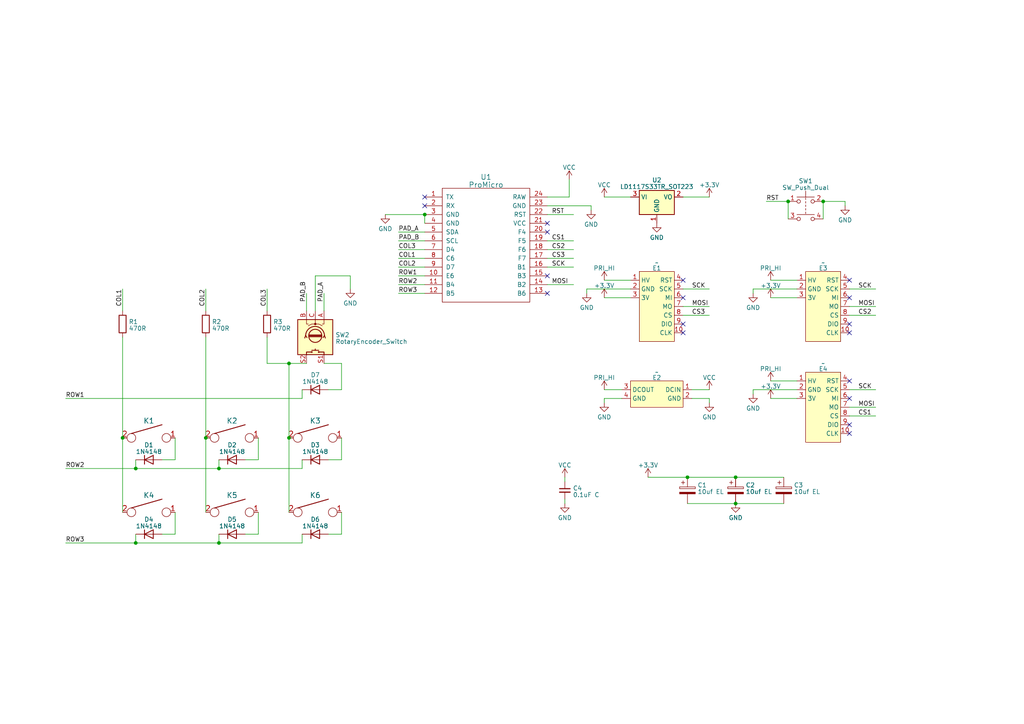
<source format=kicad_sch>
(kicad_sch (version 20230121) (generator eeschema)
  (paper "A4")
  (lib_symbols
    (symbol "Device:C_Polarized" (pin_numbers hide) (pin_names (offset 0.254))
      (property "Reference" "C" (at 0.635 2.54 0))
      (property "Value" "C_Polarized" (at 0.635 -2.54 0))
      (symbol "C_Polarized_0_1"
        (rectangle (start -2.286 0.508) (end 2.286 1.016))
        (polyline (pts (xy -1.778 2.286) (xy -0.762 2.286)))
        (polyline (pts (xy -1.27 2.794) (xy -1.27 1.778)))
        (rectangle (start 2.286 -0.508) (end -2.286 -1.016) (fill (type outline)))
      )
      (symbol "C_Polarized_1_1"
        (pin passive line (at 0 3.81 270) (length 2.794) (name "~") (number "1"))
        (pin passive line (at 0 -3.81 90) (length 2.794) (name "~") (number "2"))
      )
    )
    (symbol "Device:C_Small" (pin_numbers hide) (pin_names (offset 0.254) hide)
      (property "Reference" "C" (at 0.254 1.778 0))
      (property "Value" "C_Small" (at 0.254 -2.032 0))
      (symbol "C_Small_0_1"
        (polyline (pts (xy -1.524 -0.508) (xy 1.524 -0.508)) (stroke (width 0.3302)))
        (polyline (pts (xy -1.524 0.508) (xy 1.524 0.508)) (stroke (width 0.3048)))
      )
      (symbol "C_Small_1_1"
        (pin passive line (at 0 2.54 270) (length 2.032) (name "~") (number "1"))
        (pin passive line (at 0 -2.54 90) (length 2.032) (name "~") (number "2"))
      )
    )
    (symbol "Device:R" (pin_numbers hide) (pin_names (offset 0))
      (property "Reference" "R" (at 2.032 0 90))
      (property "Value" "R" (at 0 0 90))
      (symbol "R_0_1"
        (rectangle (start -1.016 -2.54) (end 1.016 2.54) (stroke (width 0.254)))
      )
      (symbol "R_1_1"
        (pin passive line (at 0 3.81 270) (length 1.27) (name "~") (number "1"))
        (pin passive line (at 0 -3.81 90) (length 1.27) (name "~") (number "2"))
      )
    )
    (symbol "Device:RotaryEncoder_Switch" (pin_names (offset 0.254) hide)
      (property "Reference" "SW" (at 0 6.604 0))
      (property "Value" "RotaryEncoder_Switch" (at 0 -6.604 0))
      (symbol "RotaryEncoder_Switch_0_1"
        (rectangle (start -5.08 5.08) (end 5.08 -5.08) (stroke (width 0.254)) (fill (type background)))
        (circle (center -3.81 0) (radius 0.254) (fill (type outline)))
        (circle (center -0.381 0) (radius 1.905) (stroke (width 0.254)))
        (arc (start -0.381 2.667) (mid -3.0988 -0.0635) (end -0.381 -2.794) (stroke (width 0.254)))
        (polyline (pts (xy -0.635 -1.778) (xy -0.635 1.778)) (stroke (width 0.254)))
        (polyline (pts (xy -0.381 -1.778) (xy -0.381 1.778)) (stroke (width 0.254)))
        (polyline (pts (xy -0.127 1.778) (xy -0.127 -1.778)) (stroke (width 0.254)))
        (polyline (pts (xy 3.81 0) (xy 3.429 0)) (stroke (width 0.254)))
        (polyline (pts (xy 3.81 1.016) (xy 3.81 -1.016)) (stroke (width 0.254)))
        (polyline (pts (xy -5.08 -2.54) (xy -3.81 -2.54) (xy -3.81 -2.032)))
        (polyline (pts (xy -5.08 2.54) (xy -3.81 2.54) (xy -3.81 2.032)))
        (polyline (pts (xy 0.254 -3.048) (xy -0.508 -2.794) (xy 0.127 -2.413)) (stroke (width 0.254)))
        (polyline (pts (xy 0.254 2.921) (xy -0.508 2.667) (xy 0.127 2.286)) (stroke (width 0.254)))
        (polyline (pts (xy 5.08 -2.54) (xy 4.318 -2.54) (xy 4.318 -1.016)) (stroke (width 0.254)))
        (polyline (pts (xy 5.08 2.54) (xy 4.318 2.54) (xy 4.318 1.016)) (stroke (width 0.254)))
        (polyline (pts (xy -5.08 0) (xy -3.81 0) (xy -3.81 -1.016) (xy -3.302 -2.032)))
        (polyline (pts (xy -4.318 0) (xy -3.81 0) (xy -3.81 1.016) (xy -3.302 2.032)))
        (circle (center 4.318 -1.016) (radius 0.127) (stroke (width 0.254)))
        (circle (center 4.318 1.016) (radius 0.127) (stroke (width 0.254)))
      )
      (symbol "RotaryEncoder_Switch_1_1"
        (pin passive line (at -7.62 2.54 0) (length 2.54) (name "A") (number "A"))
        (pin passive line (at -7.62 -2.54 0) (length 2.54) (name "B") (number "B"))
        (pin passive line (at -7.62 0 0) (length 2.54) (name "C") (number "C"))
        (pin passive line (at 7.62 2.54 180) (length 2.54) (name "S1") (number "S1"))
        (pin passive line (at 7.62 -2.54 180) (length 2.54) (name "S2") (number "S2"))
      )
    )
    (symbol "Diode:1N4148" (pin_numbers hide) (pin_names hide)
      (property "Reference" "D" (at 0 2.54 0))
      (property "Value" "1N4148" (at 0 -2.54 0))
      (symbol "1N4148_0_1"
        (polyline (pts (xy -1.27 1.27) (xy -1.27 -1.27)) (stroke (width 0.254)))
        (polyline (pts (xy 1.27 0) (xy -1.27 0)))
        (polyline (pts (xy 1.27 1.27) (xy 1.27 -1.27) (xy -1.27 0) (xy 1.27 1.27)) (stroke (width 0.254)))
      )
      (symbol "1N4148_1_1"
        (pin passive line (at -3.81 0 0) (length 2.54) (name "K") (number "1"))
        (pin passive line (at 3.81 0 180) (length 2.54) (name "A") (number "2"))
      )
    )
    (symbol "Exixie:Exixe14"
      (property "Reference" "E" (at 0 0 0))
      (symbol "Exixe14_1_1"
        (rectangle (start -5.08 -2.54) (end 5.08 -22.86) (fill (type background)))
        (pin input line (at -7.62 -5.08 0) (length 2.54) (name "HV") (number "1"))
        (pin input line (at 7.62 -20.32 180) (length 2.54) (name "CLK") (number "10"))
        (pin input line (at -7.62 -7.62 0) (length 2.54) (name "GND") (number "2"))
        (pin input line (at -7.62 -10.16 0) (length 2.54) (name "3V") (number "3"))
        (pin input line (at 7.62 -5.08 180) (length 2.54) (name "RST") (number "4"))
        (pin input line (at 7.62 -7.62 180) (length 2.54) (name "SCK") (number "5"))
        (pin input line (at 7.62 -10.16 180) (length 2.54) (name "MI") (number "6"))
        (pin input line (at 7.62 -12.7 180) (length 2.54) (name "MO") (number "7"))
        (pin input line (at 7.62 -15.24 180) (length 2.54) (name "CS") (number "8"))
        (pin input line (at 7.62 -17.78 180) (length 2.54) (name "DIO") (number "9"))
      )
    )
    (symbol "Omnixie:NCH8200HV"
      (property "Reference" "E" (at 0 0 0))
      (symbol "NCH8200HV_1_1"
        (rectangle (start -7.62 -2.54) (end 7.62 -10.16) (fill (type background)))
        (pin input line (at 10.16 -5.08 180) (length 2.54) (name "DCIN") (number "1"))
        (pin output line (at 10.16 -7.62 180) (length 2.54) (name "GND") (number "2"))
        (pin output line (at -10.16 -5.08 0) (length 2.54) (name "DCOUT") (number "3"))
        (pin output line (at -10.16 -7.62 0) (length 2.54) (name "GND") (number "4"))
      )
    )
    (symbol "Regulator_Linear:LD1117S33TR_SOT223"
      (property "Reference" "U" (at -3.81 3.175 0))
      (property "Value" "LD1117S33TR_SOT223" (at 0 3.175 0))
      (symbol "LD1117S33TR_SOT223_0_1"
        (rectangle (start -5.08 -5.08) (end 5.08 1.905) (stroke (width 0.254)) (fill (type background)))
      )
      (symbol "LD1117S33TR_SOT223_1_1"
        (pin power_in line (at 0 -7.62 90) (length 2.54) (name "GND") (number "1"))
        (pin power_out line (at 7.62 0 180) (length 2.54) (name "VO") (number "2"))
        (pin power_in line (at -7.62 0 0) (length 2.54) (name "VI") (number "3"))
      )
    )
    (symbol "Switch:SW_Push_Dual" (pin_names (offset 1.016) hide)
      (property "Reference" "SW" (at 1.27 2.54 0))
      (property "Value" "SW_Push_Dual" (at 0 -6.858 0))
      (symbol "SW_Push_Dual_0_1"
        (circle (center -2.032 -5.08) (radius 0.508))
        (circle (center -2.032 0) (radius 0.508))
        (polyline (pts (xy 0 -3.048) (xy 0 -3.556)))
        (polyline (pts (xy 0 -2.032) (xy 0 -2.54)))
        (polyline (pts (xy 0 -1.524) (xy 0 -1.016)))
        (polyline (pts (xy 0 -0.508) (xy 0 0)))
        (polyline (pts (xy 0 0.508) (xy 0 1.016)))
        (polyline (pts (xy 0 1.27) (xy 0 3.048)))
        (polyline (pts (xy 2.54 -3.81) (xy -2.54 -3.81)))
        (polyline (pts (xy 2.54 1.27) (xy -2.54 1.27)))
        (circle (center 2.032 -5.08) (radius 0.508))
        (circle (center 2.032 0) (radius 0.508))
        (pin passive line (at -5.08 0 0) (length 2.54) (name "1") (number "1"))
        (pin passive line (at 5.08 0 180) (length 2.54) (name "2") (number "2"))
        (pin passive line (at -5.08 -5.08 0) (length 2.54) (name "3") (number "3"))
        (pin passive line (at 5.08 -5.08 180) (length 2.54) (name "4") (number "4"))
      )
    )
    (symbol "keyboard_parts:KEYSW" (pin_names (offset 1.016))
      (property "Reference" "K?" (at -1.27 0 0))
      (symbol "KEYSW_0_1"
        (circle (center -5.08 0) (radius 1.27))
        (polyline (pts (xy -5.08 1.27) (xy 3.81 3.81)) (stroke (width 0.254)))
        (circle (center 5.08 0) (radius 1.27))
      )
      (symbol "KEYSW_1_1"
        (pin passive line (at 7.62 0 180) (length 1.27) (name "~") (number "1"))
        (pin passive line (at -7.62 0 0) (length 1.27) (name "~") (number "2"))
      )
    )
    (symbol "power:+3.3V" (power) (pin_names (offset 0))
      (property "Value" "+3.3V" (at 0 3.556 0))
      (symbol "+3.3V_0_1"
        (polyline (pts (xy -0.762 1.27) (xy 0 2.54)))
        (polyline (pts (xy 0 0) (xy 0 2.54)))
        (polyline (pts (xy 0 2.54) (xy 0.762 1.27)))
      )
      (symbol "+3.3V_1_1"
        (pin power_in line (at 0 0 90) (length 0) hide (name "+3.3V") (number "1"))
      )
    )
    (symbol "power:GND" (power) (pin_names (offset 0))
      (property "Value" "GND" (at 0 -3.81 0))
      (symbol "GND_0_1"
        (polyline (pts (xy 0 0) (xy 0 -1.27) (xy 1.27 -1.27) (xy 0 -2.54) (xy -1.27 -1.27) (xy 0 -1.27)))
      )
      (symbol "GND_1_1"
        (pin power_in line (at 0 0 270) (length 0) hide (name "GND") (number "1"))
      )
    )
    (symbol "power:PRI_HI" (power) (pin_names (offset 0))
      (property "Value" "PRI_HI" (at 0 3.81 0))
      (symbol "PRI_HI_0_1"
        (polyline (pts (xy -0.762 1.27) (xy 0 2.54)))
        (polyline (pts (xy 0 0) (xy 0 2.54)))
        (polyline (pts (xy 0 2.54) (xy 0.762 1.27)))
      )
      (symbol "PRI_HI_1_1"
        (pin power_in line (at 0 0 90) (length 0) hide (name "PRI_HI") (number "1"))
      )
    )
    (symbol "power:VCC" (power) (pin_names (offset 0))
      (property "Value" "VCC" (at 0 3.81 0))
      (symbol "VCC_0_1"
        (polyline (pts (xy -0.762 1.27) (xy 0 2.54)))
        (polyline (pts (xy 0 0) (xy 0 2.54)))
        (polyline (pts (xy 0 2.54) (xy 0.762 1.27)))
      )
      (symbol "VCC_1_1"
        (pin power_in line (at 0 0 90) (length 0) hide (name "VCC") (number "1"))
      )
    )
    (symbol "promicro:ProMicro" (pin_names (offset 1.016))
      (property "Reference" "U" (at 0 24.13 0))
      (property "Value" "ProMicro" (at 0 -13.97 0))
      (symbol "ProMicro_0_1"
        (rectangle (start -12.7 21.59) (end 12.7 -11.43))
      )
      (symbol "ProMicro_1_1"
        (pin bidirectional line (at -17.78 19.05 0) (length 5.08) (name "TX") (number "1"))
        (pin bidirectional line (at -17.78 -3.81 0) (length 5.08) (name "E6") (number "10"))
        (pin bidirectional line (at -17.78 -6.35 0) (length 5.08) (name "B4") (number "11"))
        (pin bidirectional line (at -17.78 -8.89 0) (length 5.08) (name "B5") (number "12"))
        (pin bidirectional line (at 17.78 -8.89 180) (length 5.08) (name "B6") (number "13"))
        (pin bidirectional line (at 17.78 -6.35 180) (length 5.08) (name "B2") (number "14"))
        (pin bidirectional line (at 17.78 -3.81 180) (length 5.08) (name "B3") (number "15"))
        (pin bidirectional line (at 17.78 -1.27 180) (length 5.08) (name "B1") (number "16"))
        (pin bidirectional line (at 17.78 1.27 180) (length 5.08) (name "F7") (number "17"))
        (pin bidirectional line (at 17.78 3.81 180) (length 5.08) (name "F6") (number "18"))
        (pin bidirectional line (at 17.78 6.35 180) (length 5.08) (name "F5") (number "19"))
        (pin bidirectional line (at -17.78 16.51 0) (length 5.08) (name "RX") (number "2"))
        (pin bidirectional line (at 17.78 8.89 180) (length 5.08) (name "F4") (number "20"))
        (pin power_in line (at 17.78 11.43 180) (length 5.08) (name "VCC") (number "21"))
        (pin input line (at 17.78 13.97 180) (length 5.08) (name "RST") (number "22"))
        (pin power_in line (at 17.78 16.51 180) (length 5.08) (name "GND") (number "23"))
        (pin power_out line (at 17.78 19.05 180) (length 5.08) (name "RAW") (number "24"))
        (pin power_in line (at -17.78 13.97 0) (length 5.08) (name "GND") (number "3"))
        (pin power_in line (at -17.78 11.43 0) (length 5.08) (name "GND") (number "4"))
        (pin bidirectional line (at -17.78 8.89 0) (length 5.08) (name "SDA") (number "5"))
        (pin bidirectional line (at -17.78 6.35 0) (length 5.08) (name "SCL") (number "6"))
        (pin bidirectional line (at -17.78 3.81 0) (length 5.08) (name "D4") (number "7"))
        (pin bidirectional line (at -17.78 1.27 0) (length 5.08) (name "C6") (number "8"))
        (pin bidirectional line (at -17.78 -1.27 0) (length 5.08) (name "D7") (number "9"))
      )
    )
  )
  (junction (at 213.36 138.43))
  (junction (at 213.36 146.05))
  (junction (at 199.39 138.43))
  (junction (at 228.6 58.42))
  (junction (at 35.56 127))
  (junction (at 83.82 127))
  (junction (at 59.69 127))
  (junction (at 123.19 62.23))
  (junction (at 63.5 135.89))
  (junction (at 39.37 135.89))
  (junction (at 238.76 58.42))
  (junction (at 63.5 157.48))
  (junction (at 83.82 105.41))
  (junction (at 39.37 157.48))
  (no_connect (at 198.12 81.28))
  (no_connect (at 246.38 86.36))
  (no_connect (at 158.75 80.01))
  (no_connect (at 246.38 115.57))
  (no_connect (at 158.75 67.31))
  (no_connect (at 246.38 110.49))
  (no_connect (at 246.38 96.52))
  (no_connect (at 198.12 93.98))
  (no_connect (at 246.38 123.19))
  (no_connect (at 198.12 86.36))
  (no_connect (at 158.75 85.09))
  (no_connect (at 246.38 81.28))
  (no_connect (at 158.75 64.77))
  (no_connect (at 246.38 125.73))
  (no_connect (at 123.19 57.15))
  (no_connect (at 198.12 96.52))
  (no_connect (at 246.38 93.98))
  (no_connect (at 123.19 59.69))
  (wire (pts (xy 99.06 105.41) (xy 99.06 113.03)))
  (wire (pts (xy 87.63 113.03) (xy 87.63 115.57)))
  (wire (pts (xy 158.75 72.39) (xy 166.37 72.39)))
  (wire (pts (xy 91.44 80.01) (xy 101.6 80.01)))
  (wire (pts (xy 245.11 58.42) (xy 245.11 59.69)))
  (wire (pts (xy 158.75 69.85) (xy 166.37 69.85)))
  (wire (pts (xy 99.06 148.59) (xy 99.06 154.94)))
  (wire (pts (xy 87.63 157.48) (xy 63.5 157.48)))
  (wire (pts (xy 223.52 110.49) (xy 231.14 110.49)))
  (wire (pts (xy 175.26 115.57) (xy 175.26 116.84)))
  (wire (pts (xy 19.05 135.89) (xy 39.37 135.89)))
  (wire (pts (xy 35.56 83.82) (xy 35.56 90.17)))
  (wire (pts (xy 115.57 74.93) (xy 123.19 74.93)))
  (wire (pts (xy 180.34 115.57) (xy 175.26 115.57)))
  (wire (pts (xy 205.74 115.57) (xy 205.74 116.84)))
  (wire (pts (xy 246.38 113.03) (xy 254 113.03)))
  (wire (pts (xy 187.96 138.43) (xy 199.39 138.43)))
  (wire (pts (xy 158.75 62.23) (xy 166.37 62.23)))
  (wire (pts (xy 111.76 62.23) (xy 123.19 62.23)))
  (wire (pts (xy 50.8 127) (xy 50.8 133.35)))
  (wire (pts (xy 35.56 97.79) (xy 35.56 127)))
  (wire (pts (xy 101.6 80.01) (xy 101.6 83.82)))
  (wire (pts (xy 246.38 120.65) (xy 254 120.65)))
  (wire (pts (xy 74.93 148.59) (xy 74.93 154.94)))
  (wire (pts (xy 246.38 83.82) (xy 254 83.82)))
  (wire (pts (xy 87.63 133.35) (xy 87.63 135.89)))
  (wire (pts (xy 238.76 58.42) (xy 245.11 58.42)))
  (wire (pts (xy 59.69 97.79) (xy 59.69 127)))
  (wire (pts (xy 77.47 83.82) (xy 77.47 90.17)))
  (wire (pts (xy 218.44 113.03) (xy 231.14 113.03)))
  (wire (pts (xy 19.05 115.57) (xy 87.63 115.57)))
  (wire (pts (xy 198.12 57.15) (xy 205.74 57.15)))
  (wire (pts (xy 93.98 85.09) (xy 93.98 90.17)))
  (wire (pts (xy 165.1 57.15) (xy 158.75 57.15)))
  (wire (pts (xy 171.45 59.69) (xy 171.45 60.96)))
  (wire (pts (xy 223.52 115.57) (xy 231.14 115.57)))
  (wire (pts (xy 87.63 135.89) (xy 63.5 135.89)))
  (wire (pts (xy 175.26 57.15) (xy 182.88 57.15)))
  (wire (pts (xy 115.57 77.47) (xy 123.19 77.47)))
  (wire (pts (xy 99.06 154.94) (xy 95.25 154.94)))
  (wire (pts (xy 50.8 148.59) (xy 50.8 154.94)))
  (wire (pts (xy 199.39 138.43) (xy 213.36 138.43)))
  (wire (pts (xy 228.6 58.42) (xy 228.6 63.5)))
  (wire (pts (xy 115.57 85.09) (xy 123.19 85.09)))
  (wire (pts (xy 39.37 133.35) (xy 39.37 135.89)))
  (wire (pts (xy 213.36 138.43) (xy 227.33 138.43)))
  (wire (pts (xy 74.93 127) (xy 74.93 133.35)))
  (wire (pts (xy 35.56 127) (xy 35.56 148.59)))
  (wire (pts (xy 46.99 133.35) (xy 50.8 133.35)))
  (wire (pts (xy 218.44 113.03) (xy 218.44 114.3)))
  (wire (pts (xy 163.83 144.78) (xy 163.83 146.05)))
  (wire (pts (xy 83.82 105.41) (xy 83.82 127)))
  (wire (pts (xy 74.93 154.94) (xy 71.12 154.94)))
  (wire (pts (xy 63.5 154.94) (xy 63.5 157.48)))
  (wire (pts (xy 99.06 113.03) (xy 95.25 113.03)))
  (wire (pts (xy 158.75 77.47) (xy 166.37 77.47)))
  (wire (pts (xy 39.37 157.48) (xy 19.05 157.48)))
  (wire (pts (xy 158.75 74.93) (xy 166.37 74.93)))
  (wire (pts (xy 246.38 91.44) (xy 254 91.44)))
  (wire (pts (xy 77.47 105.41) (xy 83.82 105.41)))
  (wire (pts (xy 246.38 118.11) (xy 254 118.11)))
  (wire (pts (xy 63.5 135.89) (xy 39.37 135.89)))
  (wire (pts (xy 213.36 146.05) (xy 227.33 146.05)))
  (wire (pts (xy 115.57 80.01) (xy 123.19 80.01)))
  (wire (pts (xy 246.38 88.9) (xy 254 88.9)))
  (wire (pts (xy 175.26 81.28) (xy 182.88 81.28)))
  (wire (pts (xy 59.69 83.82) (xy 59.69 90.17)))
  (wire (pts (xy 170.18 83.82) (xy 170.18 85.09)))
  (wire (pts (xy 99.06 127) (xy 99.06 133.35)))
  (wire (pts (xy 175.26 113.03) (xy 180.34 113.03)))
  (wire (pts (xy 200.66 113.03) (xy 205.74 113.03)))
  (wire (pts (xy 175.26 86.36) (xy 182.88 86.36)))
  (wire (pts (xy 198.12 88.9) (xy 205.74 88.9)))
  (wire (pts (xy 63.5 133.35) (xy 63.5 135.89)))
  (wire (pts (xy 198.12 83.82) (xy 205.74 83.82)))
  (wire (pts (xy 218.44 83.82) (xy 231.14 83.82)))
  (wire (pts (xy 218.44 83.82) (xy 218.44 85.09)))
  (wire (pts (xy 222.25 58.42) (xy 228.6 58.42)))
  (wire (pts (xy 115.57 82.55) (xy 123.19 82.55)))
  (wire (pts (xy 88.9 85.09) (xy 88.9 90.17)))
  (wire (pts (xy 39.37 154.94) (xy 39.37 157.48)))
  (wire (pts (xy 199.39 146.05) (xy 213.36 146.05)))
  (wire (pts (xy 200.66 115.57) (xy 205.74 115.57)))
  (wire (pts (xy 165.1 52.07) (xy 165.1 57.15)))
  (wire (pts (xy 83.82 127) (xy 83.82 148.59)))
  (wire (pts (xy 83.82 105.41) (xy 88.9 105.41)))
  (wire (pts (xy 59.69 127) (xy 59.69 148.59)))
  (wire (pts (xy 238.76 58.42) (xy 238.76 63.5)))
  (wire (pts (xy 198.12 91.44) (xy 205.74 91.44)))
  (wire (pts (xy 115.57 67.31) (xy 123.19 67.31)))
  (wire (pts (xy 223.52 86.36) (xy 231.14 86.36)))
  (wire (pts (xy 63.5 157.48) (xy 39.37 157.48)))
  (wire (pts (xy 115.57 72.39) (xy 123.19 72.39)))
  (wire (pts (xy 91.44 90.17) (xy 91.44 80.01)))
  (wire (pts (xy 87.63 154.94) (xy 87.63 157.48)))
  (wire (pts (xy 158.75 59.69) (xy 171.45 59.69)))
  (wire (pts (xy 50.8 154.94) (xy 46.99 154.94)))
  (wire (pts (xy 223.52 81.28) (xy 231.14 81.28)))
  (wire (pts (xy 77.47 97.79) (xy 77.47 105.41)))
  (wire (pts (xy 74.93 133.35) (xy 71.12 133.35)))
  (wire (pts (xy 93.98 105.41) (xy 99.06 105.41)))
  (wire (pts (xy 170.18 83.82) (xy 182.88 83.82)))
  (wire (pts (xy 123.19 62.23) (xy 123.19 64.77)))
  (wire (pts (xy 99.06 133.35) (xy 95.25 133.35)))
  (wire (pts (xy 115.57 69.85) (xy 123.19 69.85)))
  (wire (pts (xy 158.75 82.55) (xy 166.37 82.55)))
  (wire (pts (xy 163.83 139.7) (xy 163.83 138.43)))
  (label "CS2" (at 160.02 72.39 0))
  (label "COL1" (at 35.56 88.9 90))
  (label "ROW2" (at 19.05 135.89 0))
  (label "COL2" (at 59.69 88.9 90))
  (label "CS2" (at 248.92 91.44 0))
  (label "RST" (at 160.02 62.23 0))
  (label "PAD_A" (at 93.98 87.63 90))
  (label "RST" (at 222.25 58.42 0))
  (label "ROW3" (at 19.05 157.48 0))
  (label "ROW1" (at 115.57 80.01 0))
  (label "ROW3" (at 115.57 85.09 0))
  (label "SCK" (at 248.92 113.03 0))
  (label "COL3" (at 77.47 88.9 90))
  (label "MOSI" (at 248.92 88.9 0))
  (label "MOSI" (at 160.02 82.55 0))
  (label "CS1" (at 160.02 69.85 0))
  (label "CS1" (at 248.92 120.65 0))
  (label "COL2" (at 115.57 77.47 0))
  (label "PAD_A" (at 115.57 67.31 0))
  (label "SCK" (at 160.02 77.47 0))
  (label "CS3" (at 200.66 91.44 0))
  (label "SCK" (at 248.92 83.82 0))
  (label "MOSI" (at 200.66 88.9 0))
  (label "CS3" (at 160.02 74.93 0))
  (label "SCK" (at 200.66 83.82 0))
  (label "COL1" (at 115.57 74.93 0))
  (label "PAD_B" (at 88.9 87.63 90))
  (label "PAD_B" (at 115.57 69.85 0))
  (label "MOSI" (at 248.92 118.11 0))
  (label "ROW1" (at 19.05 115.57 0))
  (label "COL3" (at 115.57 72.39 0))
  (label "ROW2" (at 115.57 82.55 0))
  (symbol (lib_id "power:GND") (at 205.74 116.84 0) (unit 1)
    (property "Reference" "#PWR08" (effects hide))
    (property "Value" "GND" (at 205.74 120.9755 0))
  )
  (symbol (lib_id "Device:C_Polarized") (at 213.36 142.24 0) (unit 1)
    (property "Reference" "C2" (at 216.281 140.7073 0) (effects (justify left)))
    (property "Value" "10uf EL" (at 216.281 142.6283 0) (effects (justify left)))
    (property "Footprint" "Capacitor_SMD:CP_Elec_5x5.8" (effects hide))
  )
  (symbol (lib_id "power:PRI_HI") (at 223.52 81.28 0) (unit 1)
    (property "Reference" "#PWR017" (effects hide))
    (property "Value" "PRI_HI" (at 223.52 77.7781 0))
  )
  (symbol (lib_id "Diode:1N4148") (at 91.44 154.94 0) (unit 1)
    (property "Reference" "D6" (at 91.44 150.6601 0))
    (property "Value" "1N4148" (at 91.44 152.5811 0))
    (property "Footprint" "Diode_THT:D_DO-35_SOD27_P7.62mm_Horizontal" (effects hide))
    (property "Datasheet" "https://assets.nexperia.com/documents/data-sheet/1N4148_1N4448.pdf" (effects hide))
    (property "Sim.Device" "D" (effects hide))
    (property "Sim.Pins" "1=K 2=A" (effects hide))
  )
  (symbol (lib_id "Device:RotaryEncoder_Switch") (at 91.44 97.79 270) (unit 1)
    (property "Reference" "SW2" (at 97.282 97.1463 90) (effects (justify left)))
    (property "Value" "RotaryEncoder_Switch" (at 97.282 99.0673 90) (effects (justify left)))
    (property "Footprint" "Rotary_Encoder:RotaryEncoder_Alps_EC11E-Switch_Vertical_H20mm" (effects hide))
  )
  (symbol (lib_id "power:GND") (at 190.5 64.77 0) (unit 1)
    (property "Reference" "#PWR01" (effects hide))
    (property "Value" "GND" (at 190.5 68.9055 0))
  )
  (symbol (lib_id "power:VCC") (at 175.26 57.15 0) (unit 1)
    (property "Reference" "#PWR012" (effects hide))
    (property "Value" "VCC" (at 175.26 53.6481 0))
  )
  (symbol (lib_id "Device:C_Small") (at 163.83 142.24 0) (unit 1)
    (property "Reference" "C4" (at 166.1541 141.6026 0) (effects (justify left)))
    (property "Value" "0.1uF C" (at 166.1541 143.5236 0) (effects (justify left)))
    (property "Footprint" "Capacitor_SMD:C_0201_0603Metric_Pad0.64x0.40mm_HandSolder" (effects hide))
  )
  (symbol (lib_id "Device:C_Polarized") (at 227.33 142.24 0) (unit 1)
    (property "Reference" "C3" (at 230.251 140.7073 0) (effects (justify left)))
    (property "Value" "10uf EL" (at 230.251 142.6283 0) (effects (justify left)))
    (property "Footprint" "Capacitor_SMD:CP_Elec_5x5.8" (effects hide))
  )
  (symbol (lib_id "power:GND") (at 245.11 59.69 0) (unit 1)
    (property "Reference" "#PWR03" (effects hide))
    (property "Value" "GND" (at 245.11 63.8255 0))
  )
  (symbol (lib_id "keyboard_parts:KEYSW") (at 43.18 127 0) (unit 1)
    (property "Reference" "K1" (at 43.18 122.0611 0) (effects (font (size 1.524 1.524))))
    (property "Value" "KEYSW" (effects hide))
    (property "Footprint" "Button_Switch_Keyboard:SW_Cherry_MX_1.00u_PCB" (effects hide))
  )
  (symbol (lib_id "power:GND") (at 171.45 60.96 0) (unit 1)
    (property "Reference" "#PWR02" (effects hide))
    (property "Value" "GND" (at 171.45 65.0955 0))
  )
  (symbol (lib_id "promicro:ProMicro") (at 140.97 76.2 0) (unit 1)
    (property "Reference" "U1" (at 140.97 51.3539 0) (effects (font (size 1.524 1.524))))
    (property "Value" "ProMicro" (at 140.97 53.6081 0) (effects (font (size 1.524 1.524))))
    (property "Footprint" "promicro:ProMicro" (effects hide))
  )
  (symbol (lib_id "Diode:1N4148") (at 43.18 154.94 0) (unit 1)
    (property "Reference" "D4" (at 43.18 150.6601 0))
    (property "Value" "1N4148" (at 43.18 152.5811 0))
    (property "Footprint" "Diode_THT:D_DO-35_SOD27_P7.62mm_Horizontal" (effects hide))
    (property "Datasheet" "https://assets.nexperia.com/documents/data-sheet/1N4148_1N4448.pdf" (effects hide))
    (property "Sim.Device" "D" (effects hide))
    (property "Sim.Pins" "1=K 2=A" (effects hide))
  )
  (symbol (lib_id "power:GND") (at 218.44 85.09 0) (unit 1)
    (property "Reference" "#PWR05" (effects hide))
    (property "Value" "GND" (at 218.44 89.2255 0))
  )
  (symbol (lib_id "Device:R") (at 59.69 93.98 0) (unit 1)
    (property "Reference" "R2" (at 61.468 93.3363 0) (effects (justify left)))
    (property "Value" "470R" (at 61.468 95.2573 0) (effects (justify left)))
    (property "Footprint" "Resistor_SMD:R_0805_2012Metric_Pad1.20x1.40mm_HandSolder" (effects hide))
  )
  (symbol (lib_id "keyboard_parts:KEYSW") (at 67.31 127 0) (unit 1)
    (property "Reference" "K2" (at 67.31 122.0611 0) (effects (font (size 1.524 1.524))))
    (property "Value" "KEYSW" (effects hide))
    (property "Footprint" "Button_Switch_Keyboard:SW_Cherry_MX_1.00u_PCB" (effects hide))
  )
  (symbol (lib_id "power:PRI_HI") (at 175.26 81.28 0) (unit 1)
    (property "Reference" "#PWR015" (effects hide))
    (property "Value" "PRI_HI" (at 175.26 77.7781 0))
  )
  (symbol (lib_id "power:VCC") (at 205.74 113.03 0) (unit 1)
    (property "Reference" "#PWR014" (effects hide))
    (property "Value" "VCC" (at 205.74 109.5281 0))
  )
  (symbol (lib_id "keyboard_parts:KEYSW") (at 43.18 148.59 0) (unit 1)
    (property "Reference" "K4" (at 43.18 143.6511 0) (effects (font (size 1.524 1.524))))
    (property "Value" "KEYSW" (effects hide))
    (property "Footprint" "Button_Switch_Keyboard:SW_Cherry_MX_1.00u_PCB" (effects hide))
  )
  (symbol (lib_id "Diode:1N4148") (at 43.18 133.35 0) (unit 1)
    (property "Reference" "D1" (at 43.18 129.0701 0))
    (property "Value" "1N4148" (at 43.18 130.9911 0))
    (property "Footprint" "Diode_THT:D_DO-35_SOD27_P7.62mm_Horizontal" (effects hide))
    (property "Datasheet" "https://assets.nexperia.com/documents/data-sheet/1N4148_1N4448.pdf" (effects hide))
    (property "Sim.Device" "D" (effects hide))
    (property "Sim.Pins" "1=K 2=A" (effects hide))
  )
  (symbol (lib_id "Device:R") (at 35.56 93.98 0) (unit 1)
    (property "Reference" "R1" (at 37.338 93.3363 0) (effects (justify left)))
    (property "Value" "470R" (at 37.338 95.2573 0) (effects (justify left)))
    (property "Footprint" "Resistor_SMD:R_0805_2012Metric_Pad1.20x1.40mm_HandSolder" (effects hide))
  )
  (symbol (lib_id "power:+3.3V") (at 223.52 115.57 0) (unit 1)
    (property "Reference" "#PWR022" (effects hide))
    (property "Value" "+3.3V" (at 223.52 112.0681 0))
  )
  (symbol (lib_id "power:PRI_HI") (at 175.26 113.03 0) (unit 1)
    (property "Reference" "#PWR016" (effects hide))
    (property "Value" "PRI_HI" (at 175.26 109.5281 0))
  )
  (symbol (lib_id "power:GND") (at 163.83 146.05 0) (unit 1)
    (property "Reference" "#PWR010" (effects hide))
    (property "Value" "GND" (at 163.83 150.1855 0))
  )
  (symbol (lib_id "power:GND") (at 213.36 146.05 0) (unit 1)
    (property "Reference" "#PWR09" (effects hide))
    (property "Value" "GND" (at 213.36 150.1855 0))
  )
  (symbol (lib_id "power:GND") (at 111.76 62.23 0) (unit 1)
    (property "Reference" "#PWR024" (effects hide))
    (property "Value" "GND" (at 111.76 66.3655 0))
  )
  (symbol (lib_id "power:GND") (at 218.44 114.3 0) (unit 1)
    (property "Reference" "#PWR06" (effects hide))
    (property "Value" "GND" (at 218.44 118.4355 0))
  )
  (symbol (lib_id "Switch:SW_Push_Dual") (at 233.68 58.42 0) (unit 1)
    (property "Reference" "SW1" (at 233.68 52.4891 0))
    (property "Value" "SW_Push_Dual" (at 233.68 54.4101 0))
    (property "Footprint" "Switches:TACTILE_SWITCH_SMD_5.2MM" (effects hide))
  )
  (symbol (lib_id "Diode:1N4148") (at 91.44 113.03 0) (unit 1)
    (property "Reference" "D7" (at 91.44 108.7501 0))
    (property "Value" "1N4148" (at 91.44 110.6711 0))
    (property "Footprint" "Diode_THT:D_DO-35_SOD27_P7.62mm_Horizontal" (effects hide))
    (property "Datasheet" "https://assets.nexperia.com/documents/data-sheet/1N4148_1N4448.pdf" (effects hide))
    (property "Sim.Device" "D" (effects hide))
    (property "Sim.Pins" "1=K 2=A" (effects hide))
  )
  (symbol (lib_id "Device:C_Polarized") (at 199.39 142.24 0) (unit 1)
    (property "Reference" "C1" (at 202.311 140.7073 0) (effects (justify left)))
    (property "Value" "10uf EL" (at 202.311 142.6283 0) (effects (justify left)))
    (property "Footprint" "Capacitor_SMD:CP_Elec_5x5.8" (effects hide))
  )
  (symbol (lib_id "Exixie:Exixe14") (at 238.76 105.41 0) (unit 1)
    (property "Reference" "E4" (at 238.76 106.9881 0))
    (property "Value" "~" (at 238.76 105.41 0))
    (property "Footprint" "exixe:exixe14" (effects hide))
  )
  (symbol (lib_id "Exixie:Exixe14") (at 190.5 76.2 0) (unit 1)
    (property "Reference" "E1" (at 190.5 77.7781 0))
    (property "Value" "~" (at 190.5 76.2 0))
    (property "Footprint" "exixe:exixe14" (effects hide))
  )
  (symbol (lib_id "power:VCC") (at 163.83 138.43 0) (unit 1)
    (property "Reference" "#PWR013" (effects hide))
    (property "Value" "VCC" (at 163.83 134.9281 0))
  )
  (symbol (lib_id "power:VCC") (at 165.1 52.07 0) (unit 1)
    (property "Reference" "#PWR011" (effects hide))
    (property "Value" "VCC" (at 165.1 48.5681 0))
  )
  (symbol (lib_id "Diode:1N4148") (at 91.44 133.35 0) (unit 1)
    (property "Reference" "D3" (at 91.44 129.0701 0))
    (property "Value" "1N4148" (at 91.44 130.9911 0))
    (property "Footprint" "Diode_THT:D_DO-35_SOD27_P7.62mm_Horizontal" (effects hide))
    (property "Datasheet" "https://assets.nexperia.com/documents/data-sheet/1N4148_1N4448.pdf" (effects hide))
    (property "Sim.Device" "D" (effects hide))
    (property "Sim.Pins" "1=K 2=A" (effects hide))
  )
  (symbol (lib_id "Diode:1N4148") (at 67.31 154.94 0) (unit 1)
    (property "Reference" "D5" (at 67.31 150.6601 0))
    (property "Value" "1N4148" (at 67.31 152.5811 0))
    (property "Footprint" "Diode_THT:D_DO-35_SOD27_P7.62mm_Horizontal" (effects hide))
    (property "Datasheet" "https://assets.nexperia.com/documents/data-sheet/1N4148_1N4448.pdf" (effects hide))
    (property "Sim.Device" "D" (effects hide))
    (property "Sim.Pins" "1=K 2=A" (effects hide))
  )
  (symbol (lib_id "Omnixie:NCH8200HV") (at 190.5 107.95 0) (unit 1)
    (property "Reference" "E2" (at 190.5 109.5281 0))
    (property "Value" "~" (at 190.5 107.95 0))
    (property "Footprint" "nch8200hv:NCH8200HV" (effects hide))
  )
  (symbol (lib_id "power:GND") (at 175.26 116.84 0) (unit 1)
    (property "Reference" "#PWR07" (effects hide))
    (property "Value" "GND" (at 175.26 120.9755 0))
  )
  (symbol (lib_id "power:+3.3V") (at 205.74 57.15 0) (unit 1)
    (property "Reference" "#PWR019" (effects hide))
    (property "Value" "+3.3V" (at 205.74 53.6481 0))
  )
  (symbol (lib_id "Device:R") (at 77.47 93.98 180) (unit 1)
    (property "Reference" "R3" (at 79.248 93.3363 0) (effects (justify right)))
    (property "Value" "470R" (at 79.248 95.2573 0) (effects (justify right)))
    (property "Footprint" "Resistor_SMD:R_0805_2012Metric_Pad1.20x1.40mm_HandSolder" (effects hide))
  )
  (symbol (lib_id "power:GND") (at 170.18 85.09 0) (unit 1)
    (property "Reference" "#PWR04" (effects hide))
    (property "Value" "GND" (at 170.18 89.2255 0))
  )
  (symbol (lib_id "keyboard_parts:KEYSW") (at 91.44 148.59 0) (unit 1)
    (property "Reference" "K6" (at 91.44 143.6511 0) (effects (font (size 1.524 1.524))))
    (property "Value" "KEYSW" (effects hide))
    (property "Footprint" "Button_Switch_Keyboard:SW_Cherry_MX_1.00u_PCB" (effects hide))
  )
  (symbol (lib_id "keyboard_parts:KEYSW") (at 67.31 148.59 0) (unit 1)
    (property "Reference" "K5" (at 67.31 143.6511 0) (effects (font (size 1.524 1.524))))
    (property "Value" "KEYSW" (effects hide))
    (property "Footprint" "Button_Switch_Keyboard:SW_Cherry_MX_1.00u_PCB" (effects hide))
  )
  (symbol (lib_id "power:+3.3V") (at 223.52 86.36 0) (unit 1)
    (property "Reference" "#PWR021" (effects hide))
    (property "Value" "+3.3V" (at 223.52 82.8581 0))
  )
  (symbol (lib_id "Exixie:Exixe14") (at 238.76 76.2 0) (unit 1)
    (property "Reference" "E3" (at 238.76 77.7781 0))
    (property "Value" "~" (at 238.76 76.2 0))
    (property "Footprint" "exixe:exixe14" (effects hide))
  )
  (symbol (lib_id "power:+3.3V") (at 187.96 138.43 0) (unit 1)
    (property "Reference" "#PWR023" (effects hide))
    (property "Value" "+3.3V" (at 187.96 134.9281 0))
  )
  (symbol (lib_id "Regulator_Linear:LD1117S33TR_SOT223") (at 190.5 57.15 0) (unit 1)
    (property "Reference" "U2" (at 190.5 52.2351 0))
    (property "Value" "LD1117S33TR_SOT223" (at 190.5 54.1561 0))
    (property "Footprint" "Package_TO_SOT_SMD:SOT-223-3_TabPin2" (effects hide))
    (property "Datasheet" "http://www.st.com/st-web-ui/static/active/en/resource/technical/document/datasheet/CD00000544.pdf" (effects hide))
  )
  (symbol (lib_id "keyboard_parts:KEYSW") (at 91.44 127 0) (unit 1)
    (property "Reference" "K3" (at 91.44 122.0611 0) (effects (font (size 1.524 1.524))))
    (property "Value" "KEYSW" (effects hide))
    (property "Footprint" "Button_Switch_Keyboard:SW_Cherry_MX_1.00u_PCB" (effects hide))
  )
  (symbol (lib_id "power:PRI_HI") (at 223.52 110.49 0) (unit 1)
    (property "Reference" "#PWR018" (effects hide))
    (property "Value" "PRI_HI" (at 223.52 106.9881 0))
  )
  (symbol (lib_id "power:+3.3V") (at 175.26 86.36 0) (unit 1)
    (property "Reference" "#PWR020" (effects hide))
    (property "Value" "+3.3V" (at 175.26 82.8581 0))
  )
  (symbol (lib_id "Diode:1N4148") (at 67.31 133.35 0) (unit 1)
    (property "Reference" "D2" (at 67.31 129.0701 0))
    (property "Value" "1N4148" (at 67.31 130.9911 0))
    (property "Footprint" "Diode_THT:D_DO-35_SOD27_P7.62mm_Horizontal" (effects hide))
    (property "Datasheet" "https://assets.nexperia.com/documents/data-sheet/1N4148_1N4448.pdf" (effects hide))
    (property "Sim.Device" "D" (effects hide))
    (property "Sim.Pins" "1=K 2=A" (effects hide))
  )
  (symbol (lib_id "power:GND") (at 101.6 83.82 0) (unit 1)
    (property "Reference" "#PWR025" (effects hide))
    (property "Value" "GND" (at 101.6 87.9555 0))
  )
)
</source>
